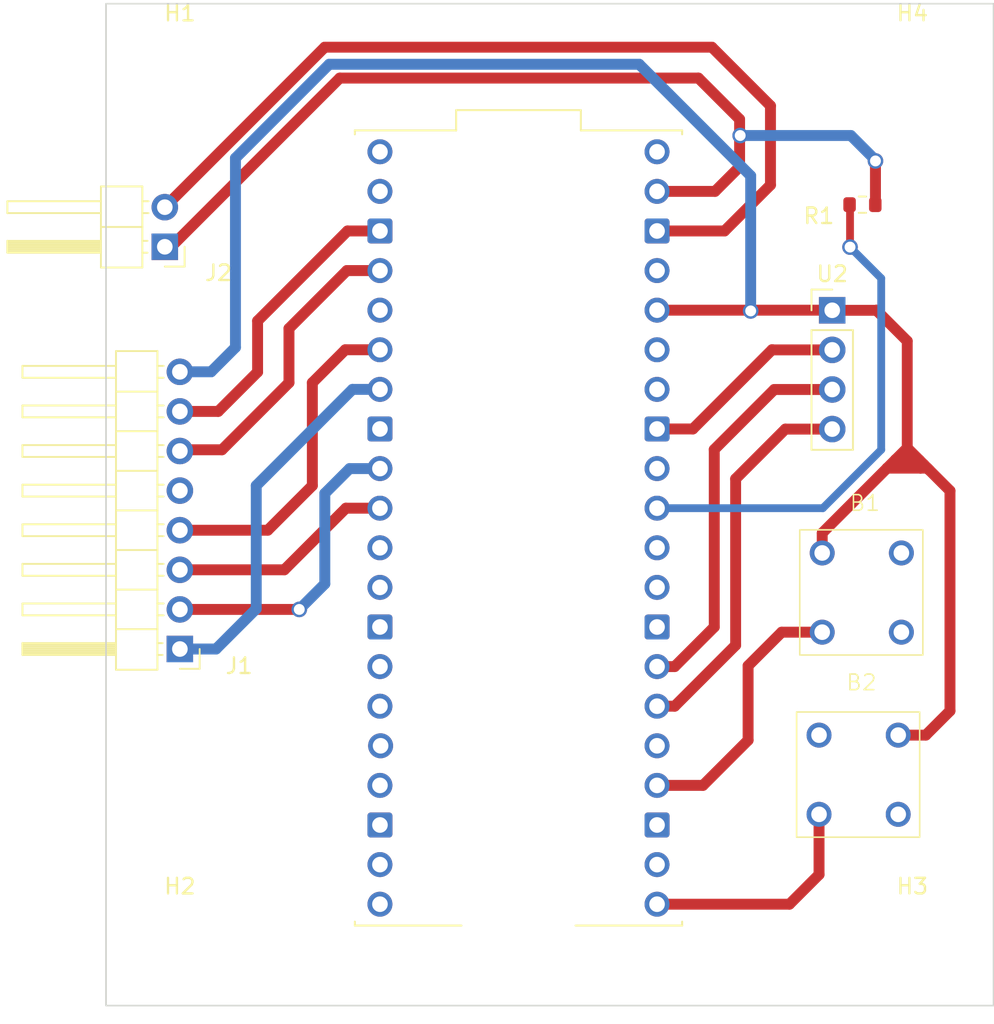
<source format=kicad_pcb>
(kicad_pcb (version 20221018) (generator pcbnew)
  (layers (0 "F.Cu" signal) (31 "B.Cu" signal) (34 "B.Paste" user) (35 "F.Paste" user) (36 "B.SilkS" user "B.Silkscreen") (37 "F.SilkS" user "F.Silkscreen") (38 "B.Mask" user) (39 "F.Mask" user) (44 "Edge.Cuts" user))
  (net 0 "")
  (net 1 "/3V3")
  (net 2 "Net-(U1-GP18)")
  (net 4 "Net-(U1-GP16)")
  (net 7 "/SDA")
  (net 8 "/SCK")
  (net 9 "/MOSI")
  (net 10 "/MISO")
  (net 11 "/IRQ")
  (net 12 "/RST")
  (net 13 "/GND")
  (net 14 "Net-(J2-Pin_1)")
  (net 15 "Net-(J2-Pin_2)")
  (net 33 "Net-(U1-GP20)")
  (net 34 "Net-(U1-GP21)")
  (net 38 "Net-(U1-GP26)")
  (net 40 "Net-(U2-GND)")
  (footprint "Resistor_SMD:R_0603_1608Metric" (layer "F.Cu") (at 150.796244 34.279042)
    (fp_text reference "R1" (at -2.796244 0.720958) (layer "F.SilkS"))
    (fp_text value "10k")
    (fp_line (start -0.237258 -0.5225) (end 0.237258 -0.5225) (stroke (width 0.12)) (layer "F.SilkS"))
    (fp_line (start -0.237258 0.5225) (end 0.237258 0.5225) (stroke (width 0.12)) (layer "F.SilkS"))
    (pad "1" smd roundrect (at -0.825 0) (size 0.8 0.95) (layers "F.Cu" "F.Paste" "F.Mask") (net 38 "Net-(U1-GP26)"))
    (pad "2" smd roundrect (at 0.825 0) (size 0.8 0.95) (layers "F.Cu" "F.Paste" "F.Mask") (net 14 "Net-(J2-Pin_1)"))
  )
  (footprint "Crystal_osc:PICO_W" (layer "F.Cu") (at 128.7272 55.0164)
    (fp_text reference "U1" hide)
    (fp_text value "RASPBERRY PI - PICO W")
    (fp_line (start -10.5 -25.5) (end -4 -25.5) (stroke (width 0.127)) (layer "F.SilkS"))
    (fp_line (start -10.5 -25.25) (end -10.5 -25.5) (stroke (width 0.127)) (layer "F.SilkS"))
    (fp_line (start -10.5 25.5) (end -10.5 25.25) (stroke (width 0.127)) (layer "F.SilkS"))
    (fp_line (start -4 -26.8) (end 4 -26.8) (stroke (width 0.127)) (layer "F.SilkS"))
    (fp_line (start -4 -25.5) (end -4 -26.8) (stroke (width 0.127)) (layer "F.SilkS"))
    (fp_line (start -3.66 25.5) (end -10.5 25.5) (stroke (width 0.127)) (layer "F.SilkS"))
    (fp_line (start 4 -26.8) (end 4 -25.5) (stroke (width 0.127)) (layer "F.SilkS"))
    (fp_line (start 4 -25.5) (end 10.5 -25.5) (stroke (width 0.127)) (layer "F.SilkS"))
    (fp_line (start 10.5 -25.5) (end 10.5 -25.25) (stroke (width 0.127)) (layer "F.SilkS"))
    (fp_line (start 10.5 25.5) (end 3.66 25.5) (stroke (width 0.127)) (layer "F.SilkS"))
    (fp_line (start 10.5 25.5) (end 10.5 25.25) (stroke (width 0.127)) (layer "F.SilkS"))
    (pad "1" thru_hole circle (at -8.89 -24.13) (size 1.6 1.6) (drill 1) (layers "*.Cu" "*.Mask"))
    (pad "2" thru_hole circle (at -8.89 -21.59) (size 1.6 1.6) (drill 1) (layers "*.Cu" "*.Mask"))
    (pad "3" thru_hole roundrect (at -8.89 -19.05) (size 1.6 1.6) (drill 1) (layers "*.Cu" "*.Mask") (roundrect_rratio 0.125) (net 13 "/GND"))
    (pad "4" thru_hole circle (at -8.89 -16.51) (size 1.6 1.6) (drill 1) (layers "*.Cu" "*.Mask") (net 12 "/RST"))
    (pad "5" thru_hole circle (at -8.89 -13.97) (size 1.6 1.6) (drill 1) (layers "*.Cu" "*.Mask"))
    (pad "6" thru_hole circle (at -8.89 -11.43) (size 1.6 1.6) (drill 1) (layers "*.Cu" "*.Mask") (net 10 "/MISO"))
    (pad "7" thru_hole circle (at -8.89 -8.89) (size 1.6 1.6) (drill 1) (layers "*.Cu" "*.Mask") (net 7 "/SDA"))
    (pad "8" thru_hole roundrect (at -8.89 -6.35) (size 1.6 1.6) (drill 1) (layers "*.Cu" "*.Mask") (roundrect_rratio 0.125))
    (pad "9" thru_hole circle (at -8.89 -3.81) (size 1.6 1.6) (drill 1) (layers "*.Cu" "*.Mask") (net 8 "/SCK"))
    (pad "10" thru_hole circle (at -8.89 -1.27) (size 1.6 1.6) (drill 1) (layers "*.Cu" "*.Mask") (net 9 "/MOSI"))
    (pad "11" thru_hole circle (at -8.89 1.27) (size 1.6 1.6) (drill 1) (layers "*.Cu" "*.Mask"))
    (pad "12" thru_hole circle (at -8.89 3.81) (size 1.6 1.6) (drill 1) (layers "*.Cu" "*.Mask"))
    (pad "13" thru_hole roundrect (at -8.89 6.35) (size 1.6 1.6) (drill 1) (layers "*.Cu" "*.Mask") (roundrect_rratio 0.125))
    (pad "14" thru_hole circle (at -8.89 8.89) (size 1.6 1.6) (drill 1) (layers "*.Cu" "*.Mask"))
    (pad "15" thru_hole circle (at -8.89 11.43) (size 1.6 1.6) (drill 1) (layers "*.Cu" "*.Mask"))
    (pad "16" thru_hole circle (at -8.848119 13.97) (size 1.6 1.6) (drill 1) (layers "*.Cu" "*.Mask"))
    (pad "17" thru_hole circle (at -8.89 16.51) (size 1.6 1.6) (drill 1) (layers "*.Cu" "*.Mask"))
    (pad "18" thru_hole roundrect (at -8.89 19.05) (size 1.6 1.6) (drill 1) (layers "*.Cu" "*.Mask") (roundrect_rratio 0.125))
    (pad "19" thru_hole circle (at -8.89 21.59) (size 1.6 1.6) (drill 1) (layers "*.Cu" "*.Mask"))
    (pad "20" thru_hole circle (at -8.89 24.13) (size 1.6 1.6) (drill 1) (layers "*.Cu" "*.Mask"))
    (pad "21" thru_hole circle (at 8.89 24.13) (size 1.6 1.6) (drill 1) (layers "*.Cu" "*.Mask") (net 4 "Net-(U1-GP16)"))
    (pad "22" thru_hole circle (at 8.89 21.59) (size 1.6 1.6) (drill 1) (layers "*.Cu" "*.Mask"))
    (pad "23" thru_hole roundrect (at 8.89 19.05) (size 1.6 1.6) (drill 1) (layers "*.Cu" "*.Mask") (roundrect_rratio 0.125))
    (pad "24" thru_hole circle (at 8.89 16.51) (size 1.6 1.6) (drill 1) (layers "*.Cu" "*.Mask") (net 2 "Net-(U1-GP18)"))
    (pad "25" thru_hole circle (at 8.89 13.97) (size 1.6 1.6) (drill 1) (layers "*.Cu" "*.Mask"))
    (pad "26" thru_hole circle (at 8.89 11.43) (size 1.6 1.6) (drill 1) (layers "*.Cu" "*.Mask") (net 33 "Net-(U1-GP20)"))
    (pad "27" thru_hole circle (at 8.89 8.89) (size 1.6 1.6) (drill 1) (layers "*.Cu" "*.Mask") (net 34 "Net-(U1-GP21)"))
    (pad "28" thru_hole roundrect (at 8.89 6.35) (size 1.6 1.6) (drill 1) (layers "*.Cu" "*.Mask") (roundrect_rratio 0.125))
    (pad "29" thru_hole circle (at 8.89 3.81) (size 1.6 1.6) (drill 1) (layers "*.Cu" "*.Mask"))
    (pad "30" thru_hole circle (at 8.89 1.27) (size 1.6 1.6) (drill 1) (layers "*.Cu" "*.Mask"))
    (pad "31" thru_hole circle (at 8.89 -1.27) (size 1.6 1.6) (drill 1) (layers "*.Cu" "*.Mask") (net 38 "Net-(U1-GP26)"))
    (pad "32" thru_hole circle (at 8.89 -3.81) (size 1.6 1.6) (drill 1) (layers "*.Cu" "*.Mask"))
    (pad "33" thru_hole roundrect (at 8.89 -6.35) (size 1.6 1.6) (drill 1) (layers "*.Cu" "*.Mask") (roundrect_rratio 0.125) (net 40 "Net-(U2-GND)"))
    (pad "34" thru_hole circle (at 8.89 -8.89) (size 1.6 1.6) (drill 1) (layers "*.Cu" "*.Mask"))
    (pad "35" thru_hole circle (at 8.89 -11.43) (size 1.6 1.6) (drill 1) (layers "*.Cu" "*.Mask"))
    (pad "36" thru_hole circle (at 8.89 -13.97) (size 1.6 1.6) (drill 1) (layers "*.Cu" "*.Mask") (net 1 "/3V3"))
    (pad "37" thru_hole circle (at 8.89 -16.51) (size 1.6 1.6) (drill 1) (layers "*.Cu" "*.Mask"))
    (pad "38" thru_hole roundrect (at 8.89 -19.05) (size 1.6 1.6) (drill 1) (layers "*.Cu" "*.Mask") (roundrect_rratio 0.125) (net 15 "Net-(J2-Pin_2)"))
    (pad "39" thru_hole circle (at 8.89 -21.59) (size 1.6 1.6) (drill 1) (layers "*.Cu" "*.Mask") (net 14 "Net-(J2-Pin_1)"))
    (pad "40" thru_hole circle (at 8.89 -24.13) (size 1.6 1.6) (drill 1) (layers "*.Cu" "*.Mask"))
  )
  (footprint "MountingHole:MountingHole_3mm" (layer "F.Cu") (at 154 82)
    (fp_text reference "H3" (at 0 -4) (layer "F.SilkS"))
    (fp_text value "MountingHole")
    (pad "" np_thru_hole circle (at 0 0) (size 3 3) (drill 3) (layers "*.Cu" "*.Mask"))
  )
  (footprint "MountingHole:MountingHole_3mm" (layer "F.Cu") (at 154 26)
    (fp_text reference "H4" (at 0 -4) (layer "F.SilkS"))
    (fp_text value "MountingHole")
    (pad "" np_thru_hole circle (at 0 0) (size 3 3) (drill 3) (layers "*.Cu" "*.Mask"))
  )
  (footprint "Connector_PinHeader_2.54mm:PinHeader_1x04_P2.54mm_Vertical" (layer "F.Cu") (at 148.8576 41.054)
    (fp_text reference "U2" (at 0 -2.33) (layer "F.SilkS"))
    (fp_text value "OLED_MODULE")
    (fp_line (start -1.33 -1.33) (end 0 -1.33) (stroke (width 0.12)) (layer "F.SilkS"))
    (fp_line (start -1.33 0) (end -1.33 -1.33) (stroke (width 0.12)) (layer "F.SilkS"))
    (fp_line (start -1.33 1.27) (end -1.33 8.95) (stroke (width 0.12)) (layer "F.SilkS"))
    (fp_line (start -1.33 1.27) (end 1.33 1.27) (stroke (width 0.12)) (layer "F.SilkS"))
    (fp_line (start -1.33 8.95) (end 1.33 8.95) (stroke (width 0.12)) (layer "F.SilkS"))
    (fp_line (start 1.33 1.27) (end 1.33 8.95) (stroke (width 0.12)) (layer "F.SilkS"))
    (pad "1" thru_hole rect (at 0 0) (size 1.7 1.7) (drill 1) (layers "*.Cu" "*.Mask") (net 1 "/3V3"))
    (pad "2" thru_hole oval (at 0 2.54) (size 1.7 1.7) (drill 1) (layers "*.Cu" "*.Mask") (net 40 "Net-(U2-GND)"))
    (pad "3" thru_hole oval (at 0 5.08) (size 1.7 1.7) (drill 1) (layers "*.Cu" "*.Mask") (net 34 "Net-(U1-GP21)"))
    (pad "4" thru_hole oval (at 0 7.62) (size 1.7 1.7) (drill 1) (layers "*.Cu" "*.Mask") (net 33 "Net-(U1-GP20)"))
  )
  (footprint "MountingHole:MountingHole_3mm" (layer "F.Cu") (at 107 82)
    (fp_text reference "H2" (at 0 -4) (layer "F.SilkS"))
    (fp_text value "MountingHole")
    (pad "" np_thru_hole circle (at 0 0) (size 3 3) (drill 3) (layers "*.Cu" "*.Mask"))
  )
  (footprint "Crystal_osc:Button" (layer "F.Cu") (at 150.55131 60.682873)
    (fp_text reference "B2" (at 0.18331 4.244073 unlocked) (layer "F.SilkS") (effects (font (thickness 0.1))))
    (fp_text value "BUTTON")
    (fp_rect (start -3.98 6.136363) (end 3.918181 14.165454) (stroke (width 0.1)) (fill none) (layer "F.SilkS"))
    (pad "1" thru_hole circle (at -2.54 7.62) (size 1.6 1.6) (drill 1) (layers "*.Cu" "*.Mask"))
    (pad "2" thru_hole circle (at -2.54 12.7) (size 1.6 1.6) (drill 1) (layers "*.Cu" "*.Mask") (net 4 "Net-(U1-GP16)"))
    (pad "3" thru_hole circle (at 2.54 12.7 180) (size 1.6 1.6) (drill 1) (layers "*.Cu" "*.Mask"))
    (pad "4" thru_hole circle (at 2.54 7.62 90) (size 1.6 1.6) (drill 1) (layers "*.Cu" "*.Mask") (net 1 "/3V3"))
  )
  (footprint "MountingHole:MountingHole_3mm" (layer "F.Cu") (at 107 26)
    (fp_text reference "H1" (at 0 -4) (layer "F.SilkS"))
    (fp_text value "MountingHole")
    (pad "" np_thru_hole circle (at 0 0) (size 3 3) (drill 3) (layers "*.Cu" "*.Mask"))
  )
  (footprint "Connector_PinHeader_2.54mm:PinHeader_1x02_P2.54mm_Horizontal" (layer "F.Cu") (at 106.0332 36.98 180)
    (fp_text reference "J2" (at -3.4482 -1.6764) (layer "F.SilkS"))
    (fp_text value "Conn_01x02")
    (fp_line (start -1.27 -1.27) (end 0 -1.27) (stroke (width 0.12)) (layer "F.SilkS"))
    (fp_line (start -1.27 0) (end -1.27 -1.27) (stroke (width 0.12)) (layer "F.SilkS"))
    (fp_line (start 1.042929 2.16) (end 1.44 2.16) (stroke (width 0.12)) (layer "F.SilkS"))
    (fp_line (start 1.042929 2.92) (end 1.44 2.92) (stroke (width 0.12)) (layer "F.SilkS"))
    (fp_line (start 1.11 -0.38) (end 1.44 -0.38) (stroke (width 0.12)) (layer "F.SilkS"))
    (fp_line (start 1.11 0.38) (end 1.44 0.38) (stroke (width 0.12)) (layer "F.SilkS"))
    (fp_line (start 1.44 -1.33) (end 1.44 3.87) (stroke (width 0.12)) (layer "F.SilkS"))
    (fp_line (start 1.44 1.27) (end 4.1 1.27) (stroke (width 0.12)) (layer "F.SilkS"))
    (fp_line (start 1.44 3.87) (end 4.1 3.87) (stroke (width 0.12)) (layer "F.SilkS"))
    (fp_line (start 4.1 -1.33) (end 1.44 -1.33) (stroke (width 0.12)) (layer "F.SilkS"))
    (fp_line (start 4.1 -0.38) (end 10.1 -0.38) (stroke (width 0.12)) (layer "F.SilkS"))
    (fp_line (start 4.1 -0.32) (end 10.1 -0.32) (stroke (width 0.12)) (layer "F.SilkS"))
    (fp_line (start 4.1 -0.2) (end 10.1 -0.2) (stroke (width 0.12)) (layer "F.SilkS"))
    (fp_line (start 4.1 -0.08) (end 10.1 -0.08) (stroke (width 0.12)) (layer "F.SilkS"))
    (fp_line (start 4.1 0.04) (end 10.1 0.04) (stroke (width 0.12)) (layer "F.SilkS"))
    (fp_line (start 4.1 0.16) (end 10.1 0.16) (stroke (width 0.12)) (layer "F.SilkS"))
    (fp_line (start 4.1 0.28) (end 10.1 0.28) (stroke (width 0.12)) (layer "F.SilkS"))
    (fp_line (start 4.1 2.16) (end 10.1 2.16) (stroke (width 0.12)) (layer "F.SilkS"))
    (fp_line (start 4.1 3.87) (end 4.1 -1.33) (stroke (width 0.12)) (layer "F.SilkS"))
    (fp_line (start 10.1 -0.38) (end 10.1 0.38) (stroke (width 0.12)) (layer "F.SilkS"))
    (fp_line (start 10.1 0.38) (end 4.1 0.38) (stroke (width 0.12)) (layer "F.SilkS"))
    (fp_line (start 10.1 2.16) (end 10.1 2.92) (stroke (width 0.12)) (layer "F.SilkS"))
    (fp_line (start 10.1 2.92) (end 4.1 2.92) (stroke (width 0.12)) (layer "F.SilkS"))
    (pad "1" thru_hole rect (at 0 0 180) (size 1.7 1.7) (drill 1) (layers "*.Cu" "*.Mask") (net 14 "Net-(J2-Pin_1)"))
    (pad "2" thru_hole oval (at 0 2.54 180) (size 1.7 1.7) (drill 1) (layers "*.Cu" "*.Mask") (net 15 "Net-(J2-Pin_2)"))
  )
  (footprint "Connector_PinHeader_2.54mm:PinHeader_1x08_P2.54mm_Horizontal" (layer "F.Cu") (at 107 62.78 180)
    (fp_text reference "J1" (at -3.8038 -1.0818) (layer "F.SilkS"))
    (fp_text value "Conn_01x08")
    (fp_line (start -1.27 -1.27) (end 0 -1.27) (stroke (width 0.12)) (layer "F.SilkS"))
    (fp_line (start -1.27 0) (end -1.27 -1.27) (stroke (width 0.12)) (layer "F.SilkS"))
    (fp_line (start 1.042929 2.16) (end 1.44 2.16) (stroke (width 0.12)) (layer "F.SilkS"))
    (fp_line (start 1.042929 2.92) (end 1.44 2.92) (stroke (width 0.12)) (layer "F.SilkS"))
    (fp_line (start 1.042929 4.7) (end 1.44 4.7) (stroke (width 0.12)) (layer "F.SilkS"))
    (fp_line (start 1.042929 5.46) (end 1.44 5.46) (stroke (width 0.12)) (layer "F.SilkS"))
    (fp_line (start 1.042929 7.24) (end 1.44 7.24) (stroke (width 0.12)) (layer "F.SilkS"))
    (fp_line (start 1.042929 8) (end 1.44 8) (stroke (width 0.12)) (layer "F.SilkS"))
    (fp_line (start 1.042929 9.78) (end 1.44 9.78) (stroke (width 0.12)) (layer "F.SilkS"))
    (fp_line (start 1.042929 10.54) (end 1.44 10.54) (stroke (width 0.12)) (layer "F.SilkS"))
    (fp_line (start 1.042929 12.32) (end 1.44 12.32) (stroke (width 0.12)) (layer "F.SilkS"))
    (fp_line (start 1.042929 13.08) (end 1.44 13.08) (stroke (width 0.12)) (layer "F.SilkS"))
    (fp_line (start 1.042929 14.86) (end 1.44 14.86) (stroke (width 0.12)) (layer "F.SilkS"))
    (fp_line (start 1.042929 15.62) (end 1.44 15.62) (stroke (width 0.12)) (layer "F.SilkS"))
    (fp_line (start 1.042929 17.4) (end 1.44 17.4) (stroke (width 0.12)) (layer "F.SilkS"))
    (fp_line (start 1.042929 18.16) (end 1.44 18.16) (stroke (width 0.12)) (layer "F.SilkS"))
    (fp_line (start 1.11 -0.38) (end 1.44 -0.38) (stroke (width 0.12)) (layer "F.SilkS"))
    (fp_line (start 1.11 0.38) (end 1.44 0.38) (stroke (width 0.12)) (layer "F.SilkS"))
    (fp_line (start 1.44 -1.33) (end 1.44 19.11) (stroke (width 0.12)) (layer "F.SilkS"))
    (fp_line (start 1.44 1.27) (end 4.1 1.27) (stroke (width 0.12)) (layer "F.SilkS"))
    (fp_line (start 1.44 3.81) (end 4.1 3.81) (stroke (width 0.12)) (layer "F.SilkS"))
    (fp_line (start 1.44 6.35) (end 4.1 6.35) (stroke (width 0.12)) (layer "F.SilkS"))
    (fp_line (start 1.44 8.89) (end 4.1 8.89) (stroke (width 0.12)) (layer "F.SilkS"))
    (fp_line (start 1.44 11.43) (end 4.1 11.43) (stroke (width 0.12)) (layer "F.SilkS"))
    (fp_line (start 1.44 13.97) (end 4.1 13.97) (stroke (width 0.12)) (layer "F.SilkS"))
    (fp_line (start 1.44 16.51) (end 4.1 16.51) (stroke (width 0.12)) (layer "F.SilkS"))
    (fp_line (start 1.44 19.11) (end 4.1 19.11) (stroke (width 0.12)) (layer "F.SilkS"))
    (fp_line (start 4.1 -1.33) (end 1.44 -1.33) (stroke (width 0.12)) (layer "F.SilkS"))
    (fp_line (start 4.1 -0.38) (end 10.1 -0.38) (stroke (width 0.12)) (layer "F.SilkS"))
    (fp_line (start 4.1 -0.32) (end 10.1 -0.32) (stroke (width 0.12)) (layer "F.SilkS"))
    (fp_line (start 4.1 -0.2) (end 10.1 -0.2) (stroke (width 0.12)) (layer "F.SilkS"))
    (fp_line (start 4.1 -0.08) (end 10.1 -0.08) (stroke (width 0.12)) (layer "F.SilkS"))
    (fp_line (start 4.1 0.04) (end 10.1 0.04) (stroke (width 0.12)) (layer "F.SilkS"))
    (fp_line (start 4.1 0.16) (end 10.1 0.16) (stroke (width 0.12)) (layer "F.SilkS"))
    (fp_line (start 4.1 0.28) (end 10.1 0.28) (stroke (width 0.12)) (layer "F.SilkS"))
    (fp_line (start 4.1 2.16) (end 10.1 2.16) (stroke (width 0.12)) (layer "F.SilkS"))
    (fp_line (start 4.1 4.7) (end 10.1 4.7) (stroke (width 0.12)) (layer "F.SilkS"))
    (fp_line (start 4.1 7.24) (end 10.1 7.24) (stroke (width 0.12)) (layer "F.SilkS"))
    (fp_line (start 4.1 9.78) (end 10.1 9.78) (stroke (width 0.12)) (layer "F.SilkS"))
    (fp_line (start 4.1 12.32) (end 10.1 12.32) (stroke (width 0.12)) (layer "F.SilkS"))
    (fp_line (start 4.1 14.86) (end 10.1 14.86) (stroke (width 0.12)) (layer "F.SilkS"))
    (fp_line (start 4.1 17.4) (end 10.1 17.4) (stroke (width 0.12)) (layer "F.SilkS"))
    (fp_line (start 4.1 19.11) (end 4.1 -1.33) (stroke (width 0.12)) (layer "F.SilkS"))
    (fp_line (start 10.1 -0.38) (end 10.1 0.38) (stroke (width 0.12)) (layer "F.SilkS"))
    (fp_line (start 10.1 0.38) (end 4.1 0.38) (stroke (width 0.12)) (layer "F.SilkS"))
    (fp_line (start 10.1 2.16) (end 10.1 2.92) (stroke (width 0.12)) (layer "F.SilkS"))
    (fp_line (start 10.1 2.92) (end 4.1 2.92) (stroke (width 0.12)) (layer "F.SilkS"))
    (fp_line (start 10.1 4.7) (end 10.1 5.46) (stroke (width 0.12)) (layer "F.SilkS"))
    (fp_line (start 10.1 5.46) (end 4.1 5.46) (stroke (width 0.12)) (layer "F.SilkS"))
    (fp_line (start 10.1 7.24) (end 10.1 8) (stroke (width 0.12)) (layer "F.SilkS"))
    (fp_line (start 10.1 8) (end 4.1 8) (stroke (width 0.12)) (layer "F.SilkS"))
    (fp_line (start 10.1 9.78) (end 10.1 10.54) (stroke (width 0.12)) (layer "F.SilkS"))
    (fp_line (start 10.1 10.54) (end 4.1 10.54) (stroke (width 0.12)) (layer "F.SilkS"))
    (fp_line (start 10.1 12.32) (end 10.1 13.08) (stroke (width 0.12)) (layer "F.SilkS"))
    (fp_line (start 10.1 13.08) (end 4.1 13.08) (stroke (width 0.12)) (layer "F.SilkS"))
    (fp_line (start 10.1 14.86) (end 10.1 15.62) (stroke (width 0.12)) (layer "F.SilkS"))
    (fp_line (start 10.1 15.62) (end 4.1 15.62) (stroke (width 0.12)) (layer "F.SilkS"))
    (fp_line (start 10.1 17.4) (end 10.1 18.16) (stroke (width 0.12)) (layer "F.SilkS"))
    (fp_line (start 10.1 18.16) (end 4.1 18.16) (stroke (width 0.12)) (layer "F.SilkS"))
    (pad "1" thru_hole rect (at 0 0 180) (size 1.7 1.7) (drill 1) (layers "*.Cu" "*.Mask") (net 7 "/SDA"))
    (pad "2" thru_hole oval (at 0 2.54 180) (size 1.7 1.7) (drill 1) (layers "*.Cu" "*.Mask") (net 8 "/SCK"))
    (pad "3" thru_hole oval (at 0 5.08 180) (size 1.7 1.7) (drill 1) (layers "*.Cu" "*.Mask") (net 9 "/MOSI"))
    (pad "4" thru_hole oval (at 0 7.62 180) (size 1.7 1.7) (drill 1) (layers "*.Cu" "*.Mask") (net 10 "/MISO"))
    (pad "5" thru_hole oval (at 0 10.16 180) (size 1.7 1.7) (drill 1) (layers "*.Cu" "*.Mask") (net 11 "/IRQ"))
    (pad "6" thru_hole oval (at 0 12.7 180) (size 1.7 1.7) (drill 1) (layers "*.Cu" "*.Mask") (net 12 "/RST"))
    (pad "7" thru_hole oval (at 0 15.24 180) (size 1.7 1.7) (drill 1) (layers "*.Cu" "*.Mask") (net 13 "/GND"))
    (pad "8" thru_hole oval (at 0 17.78 180) (size 1.7 1.7) (drill 1) (layers "*.Cu" "*.Mask") (net 1 "/3V3"))
  )
  (footprint "Crystal_osc:Button" (layer "F.Cu") (at 150.75451 48.998873)
    (fp_text reference "B1" (at 0.2032 4.4196 unlocked) (layer "F.SilkS") (effects (font (thickness 0.1))))
    (fp_text value "BUTTON")
    (fp_rect (start -3.98 6.136363) (end 3.918181 14.165454) (stroke (width 0.1)) (fill none) (layer "F.SilkS"))
    (pad "1" thru_hole circle (at -2.54 7.62) (size 1.6 1.6) (drill 1) (layers "*.Cu" "*.Mask") (net 1 "/3V3"))
    (pad "2" thru_hole circle (at -2.54 12.7) (size 1.6 1.6) (drill 1) (layers "*.Cu" "*.Mask") (net 2 "Net-(U1-GP18)"))
    (pad "3" thru_hole circle (at 2.54 12.7 180) (size 1.6 1.6) (drill 1) (layers "*.Cu" "*.Mask"))
    (pad "4" thru_hole circle (at 2.54 7.62 90) (size 1.6 1.6) (drill 1) (layers "*.Cu" "*.Mask"))
  )
  (gr_rect (start 102.2604 21.3868) (end 159.2072 85.6488) (stroke (width 0.1)) (fill none) (layer "Edge.Cuts"))
  (segment (start 148.8576 41.054) (end 151.6812 41.054) (width 0.7) (layer "F.Cu") (net 1))
  (segment (start 154.7422 50.9578) (end 154.4422 50.6578) (width 0.7) (layer "F.Cu") (net 1))
  (segment (start 154.5222 51.1778) (end 152.3778 51.1778) (width 0.7) (layer "F.Cu") (net 1))
  (segment (start 152.9278 50.6278) (end 152.3778 51.1778) (width 0.7) (layer "F.Cu") (net 1))
  (segment (start 151.6888 41.0464) (end 153.67 43.0276) (width 0.7) (layer "F.Cu") (net 1))
  (segment (start 155.0922 51.3078) (end 154.7422 50.9578) (width 0.7) (layer "F.Cu") (net 1))
  (segment (start 148.85 41.0464) (end 148.8576 41.054) (width 0.7) (layer "F.Cu") (net 1))
  (segment (start 152.9578 50.6578) (end 154.4422 50.6578) (width 0.7) (layer "F.Cu") (net 1))
  (segment (start 152.3778 51.1778) (end 148.21451 55.34109) (width 0.7) (layer "F.Cu") (net 1))
  (segment (start 154.5222 51.1778) (end 154.9622 51.1778) (width 0.7) (layer "F.Cu") (net 1))
  (segment (start 154.7422 50.9578) (end 154.5222 51.1778) (width 0.7) (layer "F.Cu") (net 1))
  (segment (start 154.861527 68.302873) (end 156.4132 66.7512) (width 0.7) (layer "F.Cu") (net 1))
  (segment (start 148.21451 55.34109) (end 148.21451 56.618873) (width 0.7) (layer "F.Cu") (net 1))
  (segment (start 153.09131 68.302873) (end 154.861527 68.302873) (width 0.7) (layer "F.Cu") (net 1))
  (segment (start 152.9278 50.6278) (end 152.9578 50.6578) (width 0.7) (layer "F.Cu") (net 1))
  (segment (start 156.4132 52.6288) (end 155.0922 51.3078) (width 0.7) (layer "F.Cu") (net 1))
  (segment (start 143.6252 41.0948) (end 143.6736 41.0464) (width 0.7) (layer "F.Cu") (net 1))
  (segment (start 151.6812 41.054) (end 151.6888 41.0464) (width 0.7) (layer "F.Cu") (net 1))
  (segment (start 137.6172 41.0464) (end 143.5768 41.0464) (width 0.7) (layer "F.Cu") (net 1))
  (segment (start 143.5768 41.0464) (end 143.6252 41.0948) (width 0.7) (layer "F.Cu") (net 1))
  (segment (start 154.9622 51.1778) (end 155.0922 51.3078) (width 0.7) (layer "F.Cu") (net 1))
  (segment (start 154.4422 50.6578) (end 153.67 49.8856) (width 0.7) (layer "F.Cu") (net 1))
  (segment (start 143.6736 41.0464) (end 148.85 41.0464) (width 0.7) (layer "F.Cu") (net 1))
  (segment (start 156.4132 66.7512) (end 156.4132 52.6288) (width 0.7) (layer "F.Cu") (net 1))
  (segment (start 153.67 49.8856) (end 152.9278 50.6278) (width 0.7) (layer "F.Cu") (net 1))
  (segment (start 153.67 43.0276) (end 153.67 49.8856) (width 0.7) (layer "F.Cu") (net 1))
  (via (at 143.6252 41.0948) (size 1) (drill 0.7) (layers "F.Cu" "B.Cu") (net 1))
  (segment (start 116.586 25.273) (end 110.5662 31.2928) (width 0.7) (layer "B.Cu") (net 1))
  (segment (start 143.6252 41.0948) (end 143.6252 32.42727) (width 0.7) (layer "B.Cu") (net 1))
  (segment (start 136.47093 25.273) (end 116.586 25.273) (width 0.7) (layer "B.Cu") (net 1))
  (segment (start 109 45) (end 107 45) (width 0.7) (layer "B.Cu") (net 1))
  (segment (start 143.6252 32.42727) (end 136.47093 25.273) (width 0.7) (layer "B.Cu") (net 1))
  (segment (start 110.5662 43.4338) (end 109 45) (width 0.7) (layer "B.Cu") (net 1))
  (segment (start 110.5662 31.2928) (end 110.5662 43.4338) (width 0.7) (layer "B.Cu") (net 1))
  (segment (start 143.4592 68.6308) (end 143.4592 63.8556) (width 0.7) (layer "F.Cu") (net 2))
  (segment (start 145.615927 61.698873) (end 148.21451 61.698873) (width 0.7) (layer "F.Cu") (net 2))
  (segment (start 143.4592 63.8556) (end 145.615927 61.698873) (width 0.7) (layer "F.Cu") (net 2))
  (segment (start 140.5636 71.5264) (end 143.4592 68.6308) (width 0.7) (layer "F.Cu") (net 2))
  (segment (start 137.6172 71.5264) (end 140.5636 71.5264) (width 0.7) (layer "F.Cu") (net 2))
  (segment (start 148.01131 77.248602) (end 148.01131 73.382873) (width 0.7) (layer "F.Cu") (net 4))
  (segment (start 146.113512 79.1464) (end 148.01131 77.248602) (width 0.7) (layer "F.Cu") (net 4))
  (segment (start 137.6172 79.1464) (end 146.113512 79.1464) (width 0.7) (layer "F.Cu") (net 4))
  (segment (start 118.0736 46.1264) (end 119.8372 46.1264) (width 0.7) (layer "B.Cu") (net 7))
  (segment (start 111.9 60.2) (end 111.9 52.3) (width 0.7) (layer "B.Cu") (net 7))
  (segment (start 111.9 52.3) (end 118.0736 46.1264) (width 0.7) (layer "B.Cu") (net 7))
  (segment (start 109.32 62.78) (end 111.9 60.2) (width 0.7) (layer "B.Cu") (net 7))
  (segment (start 107 62.78) (end 109.32 62.78) (width 0.7) (layer "B.Cu") (net 7))
  (segment (start 107 60.24) (end 114.66 60.24) (width 0.7) (layer "F.Cu") (net 8))
  (segment (start 114.74 60.24) (end 114.66 60.24) (width 0.7) (layer "F.Cu") (net 8))
  (via (at 114.66 60.24) (size 1) (drill 0.7) (layers "F.Cu" "B.Cu") (net 8))
  (segment (start 114.66 60.24) (end 116.3 58.6) (width 0.7) (layer "B.Cu") (net 8))
  (segment (start 116.3 52.8) (end 117.8936 51.2064) (width 0.7) (layer "B.Cu") (net 8))
  (segment (start 116.3 58.6) (end 116.3 52.8) (width 0.7) (layer "B.Cu") (net 8))
  (segment (start 117.8936 51.2064) (end 119.8372 51.2064) (width 0.7) (layer "B.Cu") (net 8))
  (segment (start 117.6536 53.7464) (end 119.8372 53.7464) (width 0.7) (layer "F.Cu") (net 9))
  (segment (start 113.7 57.7) (end 117.6536 53.7464) (width 0.7) (layer "F.Cu") (net 9))
  (segment (start 107 57.7) (end 113.7 57.7) (width 0.7) (layer "F.Cu") (net 9))
  (segment (start 115.5 45.7) (end 115.5 52.3) (width 0.7) (layer "F.Cu") (net 10))
  (segment (start 117.6136 43.5864) (end 115.5 45.7) (width 0.7) (layer "F.Cu") (net 10))
  (segment (start 119.8372 43.5864) (end 117.6136 43.5864) (width 0.7) (layer "F.Cu") (net 10))
  (segment (start 112.64 55.16) (end 107 55.16) (width 0.7) (layer "F.Cu") (net 10))
  (segment (start 115.5 52.3) (end 112.64 55.16) (width 0.7) (layer "F.Cu") (net 10))
  (segment (start 114 42.2212) (end 114 45.7) (width 0.7) (layer "F.Cu") (net 12))
  (segment (start 109.7 50) (end 107.08 50) (width 0.7) (layer "F.Cu") (net 12))
  (segment (start 107.08 50) (end 107 50.08) (width 0.7) (layer "F.Cu") (net 12))
  (segment (start 114 45.7) (end 109.7 50) (width 0.7) (layer "F.Cu") (net 12))
  (segment (start 117.7148 38.5064) (end 114 42.2212) (width 0.7) (layer "F.Cu") (net 12))
  (segment (start 119.8372 38.5064) (end 117.7148 38.5064) (width 0.7) (layer "F.Cu") (net 12))
  (segment (start 109.46 47.54) (end 107 47.54) (width 0.7) (layer "F.Cu") (net 13))
  (segment (start 111.98674 41.73406) (end 111.98674 45.01326) (width 0.7) (layer "F.Cu") (net 13))
  (segment (start 119.8372 35.9664) (end 117.7544 35.9664) (width 0.7) (layer "F.Cu") (net 13))
  (segment (start 111.98674 45.01326) (end 109.46 47.54) (width 0.7) (layer "F.Cu") (net 13))
  (segment (start 117.7544 35.9664) (end 111.98674 41.73406) (width 0.7) (layer "F.Cu") (net 13))
  (segment (start 117.26 26.1596) (end 140.2724 26.1596) (width 0.7) (layer "F.Cu") (net 14))
  (segment (start 142.914 29.881291) (end 142.951205 29.844086) (width 0.7) (layer "F.Cu") (net 14))
  (segment (start 141.3368 33.4264) (end 142.914 31.8492) (width 0.7) (layer "F.Cu") (net 14))
  (segment (start 151.631278 34.269008) (end 151.621244 34.279042) (width 0.7) (layer "F.Cu") (net 14))
  (segment (start 151.631278 31.474887) (end 151.631278 34.269008) (width 0.7) (layer "F.Cu") (net 14))
  (segment (start 142.914 28.8012) (end 140.2724 26.1596) (width 0.7) (layer "F.Cu") (net 14))
  (segment (start 137.6172 33.4264) (end 141.3368 33.4264) (width 0.7) (layer "F.Cu") (net 14))
  (segment (start 106.4396 36.98) (end 106.0332 36.98) (width 0.7) (layer "F.Cu") (net 14))
  (segment (start 117.26 26.1596) (end 106.4396 36.98) (width 0.7) (layer "F.Cu") (net 14))
  (segment (start 142.951205 29.844086) (end 142.914 29.806881) (width 0.7) (layer "F.Cu") (net 14))
  (segment (start 142.914 29.806881) (end 142.914 28.8012) (width 0.7) (layer "F.Cu") (net 14))
  (segment (start 142.914 31.8492) (end 142.914 29.881291) (width 0.7) (layer "F.Cu") (net 14))
  (via (at 142.951205 29.844086) (size 1) (drill 0.7) (layers "F.Cu" "B.Cu") (net 14))
  (via (at 151.631278 31.474887) (size 1) (drill 0.7) (layers "F.Cu" "B.Cu") (net 14))
  (segment (start 150.053083 29.844086) (end 151.631278 31.422281) (width 0.7) (layer "B.Cu") (net 14))
  (segment (start 142.951205 29.844086) (end 150.053083 29.844086) (width 0.7) (layer "B.Cu") (net 14))
  (segment (start 151.631278 31.474887) (end 151.683884 31.474887) (width 0.7) (layer "B.Cu") (net 14))
  (segment (start 151.683884 31.474887) (end 151.631278 31.422281) (width 0.7) (layer "B.Cu") (net 14))
  (segment (start 151.631278 31.422281) (end 151.631278 31.474887) (width 0.7) (layer "B.Cu") (net 14))
  (segment (start 106.0332 34.44) (end 116.2948 24.1784) (width 0.7) (layer "F.Cu") (net 15))
  (segment (start 144.8952 33.0176) (end 144.8952 27.9376) (width 0.7) (layer "F.Cu") (net 15))
  (segment (start 141.136 24.1784) (end 116.2948 24.1784) (width 0.7) (layer "F.Cu") (net 15))
  (segment (start 144.8952 27.9376) (end 141.136 24.1784) (width 0.7) (layer "F.Cu") (net 15))
  (segment (start 141.9464 35.9664) (end 144.8952 33.0176) (width 0.7) (layer "F.Cu") (net 15))
  (segment (start 137.6172 35.9664) (end 141.9464 35.9664) (width 0.7) (layer "F.Cu") (net 15))
  (segment (start 145.8504 48.674) (end 148.8576 48.674) (width 0.7) (layer "F.Cu") (net 33))
  (segment (start 138.74857 66.4464) (end 142.66 62.53497) (width 0.7) (layer "F.Cu") (net 33))
  (segment (start 137.6172 66.4464) (end 138.74857 66.4464) (width 0.7) (layer "F.Cu") (net 33))
  (segment (start 142.66 51.8644) (end 145.8504 48.674) (width 0.7) (layer "F.Cu") (net 33))
  (segment (start 142.66 62.53497) (end 142.66 51.8644) (width 0.7) (layer "F.Cu") (net 33))
  (segment (start 141.2884 49.9848) (end 145.1392 46.134) (width 0.7) (layer "F.Cu") (net 34))
  (segment (start 141.2884 61.36657) (end 141.2884 49.9848) (width 0.7) (layer "F.Cu") (net 34))
  (segment (start 137.6172 63.9064) (end 138.74857 63.9064) (width 0.7) (layer "F.Cu") (net 34))
  (segment (start 138.74857 63.9064) (end 141.2884 61.36657) (width 0.7) (layer "F.Cu") (net 34))
  (segment (start 145.1392 46.134) (end 148.8576 46.134) (width 0.7) (layer "F.Cu") (net 34))
  (segment (start 150 37) (end 150 34.307798) (width 0.5) (layer "F.Cu") (net 38))
  (segment (start 150 34.307798) (end 149.971244 34.279042) (width 0.5) (layer "F.Cu") (net 38))
  (via (at 150 37) (size 1) (drill 0.7) (layers "F.Cu" "B.Cu") (net 38))
  (segment (start 148.2536 53.7464) (end 152 50) (width 0.5) (layer "B.Cu") (net 38))
  (segment (start 152 50) (end 152 39) (width 0.5) (layer "B.Cu") (net 38))
  (segment (start 152 39) (end 150 37) (width 0.5) (layer "B.Cu") (net 38))
  (segment (start 137.6172 53.7464) (end 148.2536 53.7464) (width 0.5) (layer "B.Cu") (net 38))
  (segment (start 139.9144 48.6664) (end 144.9968 43.584) (width 0.7) (layer "F.Cu") (net 40))
  (segment (start 144.9968 43.584) (end 145.0068 43.594) (width 0.7) (layer "F.Cu") (net 40))
  (segment (start 137.6172 48.6664) (end 139.9144 48.6664) (width 0.7) (layer "F.Cu") (net 40))
  (segment (start 145.0068 43.594) (end 148.8576 43.594) (width 0.7) (layer "F.Cu") (net 40))
)
</source>
